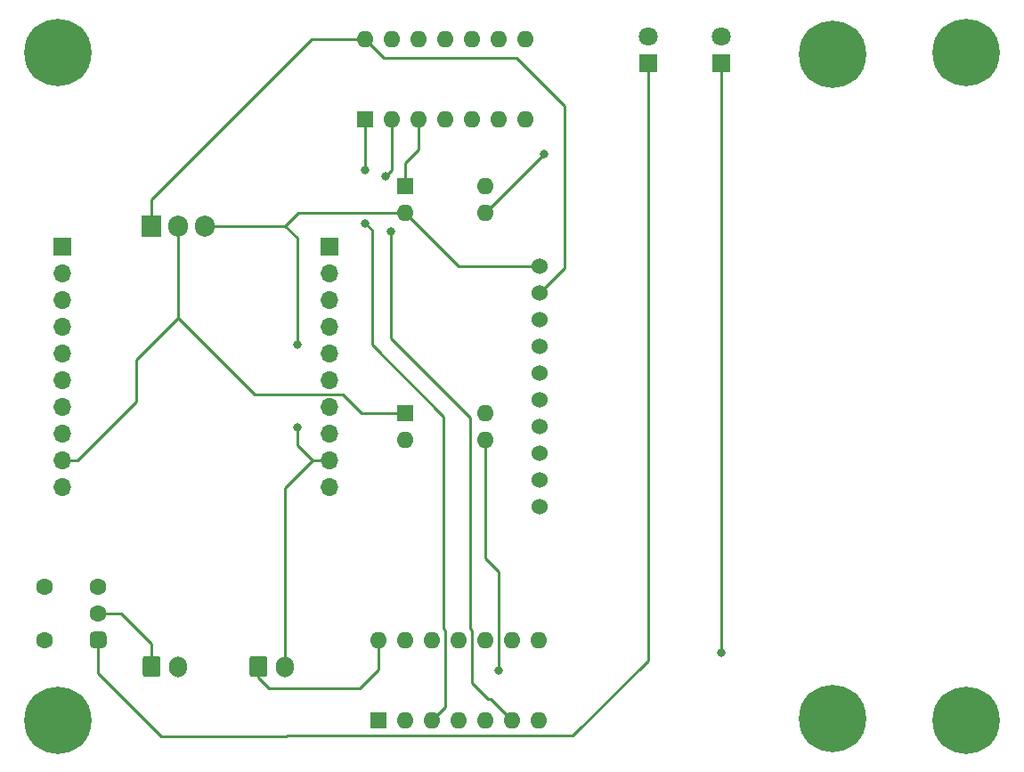
<source format=gbr>
%TF.GenerationSoftware,KiCad,Pcbnew,(5.1.9)-1*%
%TF.CreationDate,2022-07-08T17:52:16+09:00*%
%TF.ProjectId,Receiver,52656365-6976-4657-922e-6b696361645f,rev?*%
%TF.SameCoordinates,Original*%
%TF.FileFunction,Copper,L2,Bot*%
%TF.FilePolarity,Positive*%
%FSLAX46Y46*%
G04 Gerber Fmt 4.6, Leading zero omitted, Abs format (unit mm)*
G04 Created by KiCad (PCBNEW (5.1.9)-1) date 2022-07-08 17:52:16*
%MOMM*%
%LPD*%
G01*
G04 APERTURE LIST*
%TA.AperFunction,ComponentPad*%
%ADD10C,6.400000*%
%TD*%
%TA.AperFunction,ComponentPad*%
%ADD11C,0.800000*%
%TD*%
%TA.AperFunction,ComponentPad*%
%ADD12R,1.700000X1.700000*%
%TD*%
%TA.AperFunction,ComponentPad*%
%ADD13O,1.700000X1.700000*%
%TD*%
%TA.AperFunction,ComponentPad*%
%ADD14O,1.700000X2.000000*%
%TD*%
%TA.AperFunction,ComponentPad*%
%ADD15R,1.600000X1.600000*%
%TD*%
%TA.AperFunction,ComponentPad*%
%ADD16O,1.600000X1.600000*%
%TD*%
%TA.AperFunction,ComponentPad*%
%ADD17R,1.800000X1.800000*%
%TD*%
%TA.AperFunction,ComponentPad*%
%ADD18C,1.800000*%
%TD*%
%TA.AperFunction,ComponentPad*%
%ADD19C,1.524000*%
%TD*%
%TA.AperFunction,ComponentPad*%
%ADD20R,1.905000X2.000000*%
%TD*%
%TA.AperFunction,ComponentPad*%
%ADD21O,1.905000X2.000000*%
%TD*%
%TA.AperFunction,ComponentPad*%
%ADD22C,1.600000*%
%TD*%
%TA.AperFunction,ViaPad*%
%ADD23C,0.800000*%
%TD*%
%TA.AperFunction,Conductor*%
%ADD24C,0.250000*%
%TD*%
G04 APERTURE END LIST*
D10*
%TO.P,REF\u002A\u002A,1*%
%TO.N,N/C*%
X177749200Y-148437600D03*
D11*
X180149200Y-148437600D03*
X179446256Y-150134656D03*
X177749200Y-150837600D03*
X176052144Y-150134656D03*
X175349200Y-148437600D03*
X176052144Y-146740544D03*
X177749200Y-146037600D03*
X179446256Y-146740544D03*
%TD*%
%TO.P,REF\u002A\u002A,1*%
%TO.N,N/C*%
X179497056Y-83596144D03*
X177800000Y-82893200D03*
X176102944Y-83596144D03*
X175400000Y-85293200D03*
X176102944Y-86990256D03*
X177800000Y-87693200D03*
X179497056Y-86990256D03*
X180200000Y-85293200D03*
D10*
X177800000Y-85293200D03*
%TD*%
D12*
%TO.P,J3,1*%
%TO.N,N/C*%
X104540000Y-103580000D03*
D13*
%TO.P,J3,2*%
X104540000Y-106120000D03*
%TO.P,J3,3*%
X104540000Y-108660000D03*
%TO.P,J3,4*%
X104540000Y-111200000D03*
%TO.P,J3,5*%
X104540000Y-113740000D03*
%TO.P,J3,6*%
X104540000Y-116280000D03*
%TO.P,J3,7*%
X104540000Y-118820000D03*
%TO.P,J3,8*%
X104540000Y-121360000D03*
%TO.P,J3,9*%
%TO.N,+3V3*%
X104540000Y-123900000D03*
%TO.P,J3,10*%
%TO.N,N/C*%
X104540000Y-126440000D03*
%TD*%
%TO.P,J4,10*%
%TO.N,N/C*%
X129940000Y-126440000D03*
%TO.P,J4,9*%
%TO.N,GND*%
X129940000Y-123900000D03*
%TO.P,J4,8*%
%TO.N,N/C*%
X129940000Y-121360000D03*
%TO.P,J4,7*%
X129940000Y-118820000D03*
%TO.P,J4,6*%
X129940000Y-116280000D03*
%TO.P,J4,5*%
X129940000Y-113740000D03*
%TO.P,J4,4*%
X129940000Y-111200000D03*
%TO.P,J4,3*%
X129940000Y-108660000D03*
%TO.P,J4,2*%
X129940000Y-106120000D03*
D12*
%TO.P,J4,1*%
%TO.N,OUT1*%
X129940000Y-103580000D03*
%TD*%
%TO.P,J5,1*%
%TO.N,+5V*%
%TA.AperFunction,ComponentPad*%
G36*
G01*
X122340000Y-144260000D02*
X122340000Y-142760000D01*
G75*
G02*
X122590000Y-142510000I250000J0D01*
G01*
X123790000Y-142510000D01*
G75*
G02*
X124040000Y-142760000I0J-250000D01*
G01*
X124040000Y-144260000D01*
G75*
G02*
X123790000Y-144510000I-250000J0D01*
G01*
X122590000Y-144510000D01*
G75*
G02*
X122340000Y-144260000I0J250000D01*
G01*
G37*
%TD.AperFunction*%
D14*
%TO.P,J5,2*%
%TO.N,GND*%
X125690000Y-143510000D03*
%TD*%
%TO.P,J6,1*%
%TO.N,Net-(J6-Pad1)*%
%TA.AperFunction,ComponentPad*%
G36*
G01*
X112180000Y-144260000D02*
X112180000Y-142760000D01*
G75*
G02*
X112430000Y-142510000I250000J0D01*
G01*
X113630000Y-142510000D01*
G75*
G02*
X113880000Y-142760000I0J-250000D01*
G01*
X113880000Y-144260000D01*
G75*
G02*
X113630000Y-144510000I-250000J0D01*
G01*
X112430000Y-144510000D01*
G75*
G02*
X112180000Y-144260000I0J250000D01*
G01*
G37*
%TD.AperFunction*%
%TO.P,J6,2*%
%TO.N,Net-(D2-Pad2)*%
X115530000Y-143510000D03*
%TD*%
D15*
%TO.P,U1,1*%
%TO.N,OUT*%
X137160000Y-97790000D03*
D16*
%TO.P,U1,3*%
%TO.N,Net-(D1-Pad2)*%
X144780000Y-100330000D03*
%TO.P,U1,2*%
%TO.N,GND*%
X137160000Y-100330000D03*
%TO.P,U1,4*%
%TO.N,Net-(D2-Pad2)*%
X144780000Y-97790000D03*
%TD*%
D17*
%TO.P,D1,1*%
%TO.N,Net-(D1-Pad1)*%
X160220000Y-86120000D03*
D18*
%TO.P,D1,2*%
%TO.N,Net-(D1-Pad2)*%
X160220000Y-83580000D03*
%TD*%
%TO.P,D2,2*%
%TO.N,Net-(D2-Pad2)*%
X167220000Y-83580000D03*
D17*
%TO.P,D2,1*%
%TO.N,Net-(D2-Pad1)*%
X167220000Y-86120000D03*
%TD*%
D10*
%TO.P,H1,1*%
%TO.N,N/C*%
X104140000Y-85090000D03*
D11*
X106540000Y-85090000D03*
X105837056Y-86787056D03*
X104140000Y-87490000D03*
X102442944Y-86787056D03*
X101740000Y-85090000D03*
X102442944Y-83392944D03*
X104140000Y-82690000D03*
X105837056Y-83392944D03*
%TD*%
%TO.P,H2,1*%
%TO.N,N/C*%
X105837056Y-146892944D03*
X104140000Y-146190000D03*
X102442944Y-146892944D03*
X101740000Y-148590000D03*
X102442944Y-150287056D03*
X104140000Y-150990000D03*
X105837056Y-150287056D03*
X106540000Y-148590000D03*
D10*
X104140000Y-148590000D03*
%TD*%
%TO.P,H3,1*%
%TO.N,N/C*%
X190500000Y-148590000D03*
D11*
X192900000Y-148590000D03*
X192197056Y-150287056D03*
X190500000Y-150990000D03*
X188802944Y-150287056D03*
X188100000Y-148590000D03*
X188802944Y-146892944D03*
X190500000Y-146190000D03*
X192197056Y-146892944D03*
%TD*%
%TO.P,H4,1*%
%TO.N,N/C*%
X192197056Y-83392944D03*
X190500000Y-82690000D03*
X188802944Y-83392944D03*
X188100000Y-85090000D03*
X188802944Y-86787056D03*
X190500000Y-87490000D03*
X192197056Y-86787056D03*
X192900000Y-85090000D03*
D10*
X190500000Y-85090000D03*
%TD*%
D15*
%TO.P,SW2,1*%
%TO.N,+3V3*%
X137160000Y-119380000D03*
D16*
%TO.P,SW2,3*%
%TO.N,OUT4*%
X144780000Y-121920000D03*
%TO.P,SW2,2*%
%TO.N,+3V3*%
X137160000Y-121920000D03*
%TO.P,SW2,4*%
%TO.N,OUT3*%
X144780000Y-119380000D03*
%TD*%
D19*
%TO.P,U2,4*%
%TO.N,N/C*%
X149936200Y-113055400D03*
%TO.P,U2,5*%
X149936200Y-115595400D03*
%TO.P,U2,6*%
%TO.N,OUT2*%
X149936200Y-118135400D03*
%TO.P,U2,7*%
%TO.N,N/C*%
X149936200Y-120675400D03*
%TO.P,U2,8*%
X149936200Y-123215400D03*
%TO.P,U2,9*%
X149936200Y-125755400D03*
%TO.P,U2,10*%
X149936200Y-128295400D03*
%TO.P,U2,3*%
X149936200Y-110515400D03*
%TO.P,U2,2*%
%TO.N,+5V*%
X149936200Y-107975400D03*
%TO.P,U2,1*%
%TO.N,GND*%
X149936200Y-105435400D03*
%TD*%
D20*
%TO.P,U3,1*%
%TO.N,+5V*%
X113030000Y-101600000D03*
D21*
%TO.P,U3,2*%
%TO.N,+3V3*%
X115570000Y-101600000D03*
%TO.P,U3,3*%
%TO.N,GND*%
X118110000Y-101600000D03*
%TD*%
D15*
%TO.P,U4,1*%
%TO.N,OUT1*%
X134620000Y-148590000D03*
D16*
%TO.P,U4,8*%
%TO.N,N/C*%
X149860000Y-140970000D03*
%TO.P,U4,2*%
%TO.N,OUT3*%
X137160000Y-148590000D03*
%TO.P,U4,9*%
%TO.N,N/C*%
X147320000Y-140970000D03*
%TO.P,U4,3*%
%TO.N,OUT5*%
X139700000Y-148590000D03*
%TO.P,U4,10*%
%TO.N,N/C*%
X144780000Y-140970000D03*
%TO.P,U4,4*%
%TO.N,OUT2*%
X142240000Y-148590000D03*
%TO.P,U4,11*%
%TO.N,N/C*%
X142240000Y-140970000D03*
%TO.P,U4,5*%
%TO.N,OUT4*%
X144780000Y-148590000D03*
%TO.P,U4,12*%
%TO.N,N/C*%
X139700000Y-140970000D03*
%TO.P,U4,6*%
%TO.N,OUT6*%
X147320000Y-148590000D03*
%TO.P,U4,13*%
%TO.N,N/C*%
X137160000Y-140970000D03*
%TO.P,U4,7*%
X149860000Y-148590000D03*
%TO.P,U4,14*%
%TO.N,+5V*%
X134620000Y-140970000D03*
%TD*%
%TO.P,U5,14*%
%TO.N,+5V*%
X133350000Y-83820000D03*
%TO.P,U5,7*%
%TO.N,N/C*%
X148590000Y-91440000D03*
%TO.P,U5,13*%
X135890000Y-83820000D03*
%TO.P,U5,6*%
X146050000Y-91440000D03*
%TO.P,U5,12*%
X138430000Y-83820000D03*
%TO.P,U5,5*%
X143510000Y-91440000D03*
%TO.P,U5,11*%
X140970000Y-83820000D03*
%TO.P,U5,4*%
X140970000Y-91440000D03*
%TO.P,U5,10*%
X143510000Y-83820000D03*
%TO.P,U5,3*%
%TO.N,OUT*%
X138430000Y-91440000D03*
%TO.P,U5,9*%
%TO.N,N/C*%
X146050000Y-83820000D03*
%TO.P,U5,2*%
%TO.N,OUT6*%
X135890000Y-91440000D03*
%TO.P,U5,8*%
%TO.N,N/C*%
X148590000Y-83820000D03*
D15*
%TO.P,U5,1*%
%TO.N,OUT5*%
X133350000Y-91440000D03*
%TD*%
D22*
%TO.P,SW1,*%
%TO.N,*%
X102870000Y-135890000D03*
X102870000Y-140970000D03*
%TO.P,SW1,1*%
%TO.N,Net-(D1-Pad1)*%
%TA.AperFunction,ComponentPad*%
G36*
G01*
X107150000Y-141370000D02*
X107150000Y-140570000D01*
G75*
G02*
X107550000Y-140170000I400000J0D01*
G01*
X108350000Y-140170000D01*
G75*
G02*
X108750000Y-140570000I0J-400000D01*
G01*
X108750000Y-141370000D01*
G75*
G02*
X108350000Y-141770000I-400000J0D01*
G01*
X107550000Y-141770000D01*
G75*
G02*
X107150000Y-141370000I0J400000D01*
G01*
G37*
%TD.AperFunction*%
%TO.P,SW1,2*%
%TO.N,Net-(J6-Pad1)*%
X107950000Y-138430000D03*
%TO.P,SW1,3*%
%TO.N,Net-(D2-Pad1)*%
X107950000Y-135890000D03*
%TD*%
D23*
%TO.N,Net-(D1-Pad2)*%
X150368000Y-94742000D03*
%TO.N,Net-(D2-Pad1)*%
X167220000Y-142201000D03*
%TO.N,GND*%
X126873000Y-112903000D03*
X126873000Y-120777000D03*
%TO.N,OUT4*%
X146050000Y-143891000D03*
%TO.N,OUT5*%
X133350000Y-96266000D03*
X133350000Y-101346000D03*
%TO.N,OUT6*%
X135255000Y-96901000D03*
X135763000Y-102108000D03*
%TD*%
D24*
%TO.N,Net-(D1-Pad1)*%
X153098500Y-150050500D02*
X160220000Y-142929000D01*
X125920500Y-150050500D02*
X153098500Y-150050500D01*
X125857000Y-150114000D02*
X125920500Y-150050500D01*
X113919000Y-150114000D02*
X125857000Y-150114000D01*
X160220000Y-142929000D02*
X160220000Y-86120000D01*
X107950000Y-144145000D02*
X113919000Y-150114000D01*
X107950000Y-140970000D02*
X107950000Y-144145000D01*
%TO.N,Net-(D1-Pad2)*%
X144780000Y-100330000D02*
X150368000Y-94742000D01*
X150368000Y-94742000D02*
X150368000Y-94742000D01*
%TO.N,Net-(D2-Pad1)*%
X167220000Y-86120000D02*
X167220000Y-142201000D01*
X167220000Y-142201000D02*
X167220000Y-142201000D01*
%TO.N,GND*%
X118110000Y-101600000D02*
X125730000Y-101600000D01*
X127000000Y-100330000D02*
X137160000Y-100330000D01*
X125730000Y-101600000D02*
X127000000Y-100330000D01*
X125730000Y-101600000D02*
X126873000Y-102743000D01*
X126873000Y-102743000D02*
X126873000Y-112903000D01*
X126873000Y-112903000D02*
X126873000Y-112903000D01*
X126873000Y-120777000D02*
X126873000Y-122428000D01*
X128345000Y-123900000D02*
X129940000Y-123900000D01*
X126873000Y-122428000D02*
X128345000Y-123900000D01*
X142265400Y-105435400D02*
X149936200Y-105435400D01*
X137160000Y-100330000D02*
X142265400Y-105435400D01*
X125690000Y-126555000D02*
X125690000Y-143510000D01*
X128345000Y-123900000D02*
X125690000Y-126555000D01*
%TO.N,+5V*%
X133350000Y-83820000D02*
X128270000Y-83820000D01*
X113030000Y-99060000D02*
X113030000Y-101600000D01*
X128270000Y-83820000D02*
X113030000Y-99060000D01*
X152273000Y-105638600D02*
X149936200Y-107975400D01*
X152273000Y-90170000D02*
X152273000Y-105638600D01*
X147701000Y-85598000D02*
X152273000Y-90170000D01*
X135128000Y-85598000D02*
X147701000Y-85598000D01*
X133350000Y-83820000D02*
X135128000Y-85598000D01*
X134620000Y-143764000D02*
X134620000Y-140970000D01*
X132842000Y-145542000D02*
X134620000Y-143764000D01*
X124206000Y-145542000D02*
X132842000Y-145542000D01*
X123190000Y-144526000D02*
X124206000Y-145542000D01*
X123190000Y-143510000D02*
X123190000Y-144526000D01*
%TO.N,Net-(J6-Pad1)*%
X107950000Y-138430000D02*
X110109000Y-138430000D01*
X113030000Y-141351000D02*
X113030000Y-143510000D01*
X110109000Y-138430000D02*
X113030000Y-141351000D01*
%TO.N,+3V3*%
X105970000Y-123900000D02*
X104540000Y-123900000D01*
X132969000Y-119380000D02*
X131191000Y-117602000D01*
X137160000Y-119380000D02*
X132969000Y-119380000D01*
X115570000Y-101600000D02*
X115570000Y-109855000D01*
X115570000Y-109855000D02*
X115570000Y-110363000D01*
X111569500Y-114363500D02*
X111569500Y-118300500D01*
X115570000Y-110363000D02*
X111569500Y-114363500D01*
X111569500Y-118300500D02*
X105970000Y-123900000D01*
X115570000Y-110363000D02*
X122809000Y-117602000D01*
X131191000Y-117602000D02*
X122809000Y-117602000D01*
%TO.N,OUT4*%
X144780000Y-121920000D02*
X144780000Y-133223000D01*
X144780000Y-133223000D02*
X146050000Y-134493000D01*
X146050000Y-134493000D02*
X146050000Y-141224000D01*
X146050000Y-141224000D02*
X146050000Y-143891000D01*
X146050000Y-143891000D02*
X146050000Y-143891000D01*
%TO.N,OUT*%
X138430000Y-91440000D02*
X138430000Y-94361000D01*
X137160000Y-95631000D02*
X137160000Y-97790000D01*
X138430000Y-94361000D02*
X137160000Y-95631000D01*
%TO.N,OUT5*%
X133350000Y-91440000D02*
X133350000Y-96266000D01*
X133350000Y-96266000D02*
X133350000Y-96266000D01*
X140970000Y-140081000D02*
X140970000Y-147320000D01*
X140825001Y-139936001D02*
X140970000Y-140081000D01*
X140970000Y-147320000D02*
X139700000Y-148590000D01*
X140825001Y-119743001D02*
X140825001Y-139936001D01*
X133985000Y-112903000D02*
X140825001Y-119743001D01*
X133985000Y-101981000D02*
X133985000Y-112903000D01*
X133350000Y-101346000D02*
X133985000Y-101981000D01*
%TO.N,OUT6*%
X135890000Y-91440000D02*
X135890000Y-96266000D01*
X135890000Y-96266000D02*
X135255000Y-96901000D01*
X135255000Y-96901000D02*
X135255000Y-96901000D01*
X135763000Y-102108000D02*
X135763000Y-112268000D01*
X143365001Y-119870001D02*
X143365001Y-139936001D01*
X135763000Y-112268000D02*
X143365001Y-119870001D01*
X143365001Y-139936001D02*
X143510000Y-140081000D01*
X143510000Y-140081000D02*
X143510000Y-145034000D01*
X143510000Y-145034000D02*
X145034000Y-146558000D01*
X145288000Y-146558000D02*
X147320000Y-148590000D01*
X145034000Y-146558000D02*
X145288000Y-146558000D01*
%TD*%
M02*

</source>
